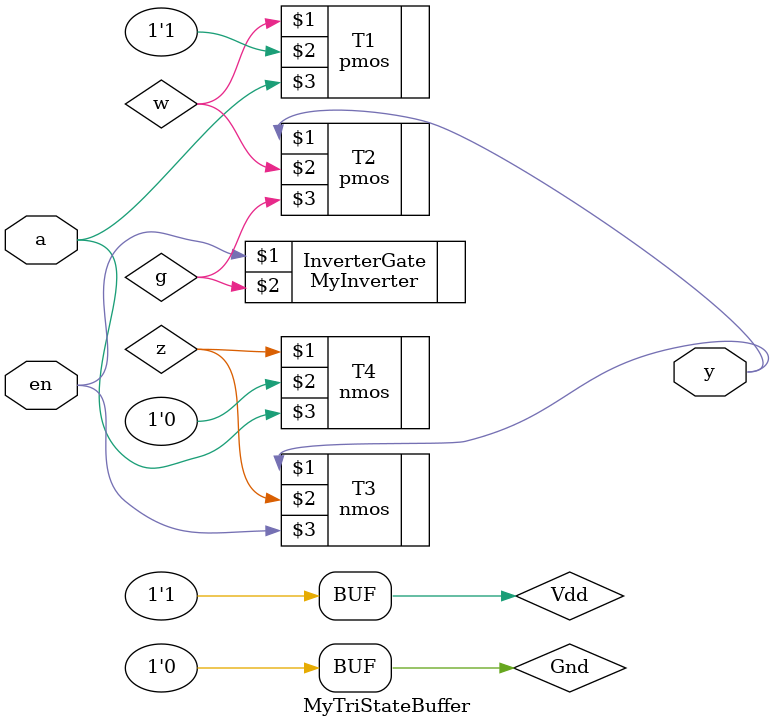
<source format=v>
`timescale 1ns/1ns
module MyTriStateBuffer (input a,en,output y);
	wire g,w,z;
	supply1 Vdd;
	supply0 Gnd;
	MyInverter InverterGate(en,g);
	pmos #(5,6,7) T1(w,Vdd,a);
	pmos #(5,6,7) T2(y,w,g);
	nmos #(3,4,5) T3(y,z,en);
	nmos #(3,4,5) T4(z,Gnd,a);
endmodule
</source>
